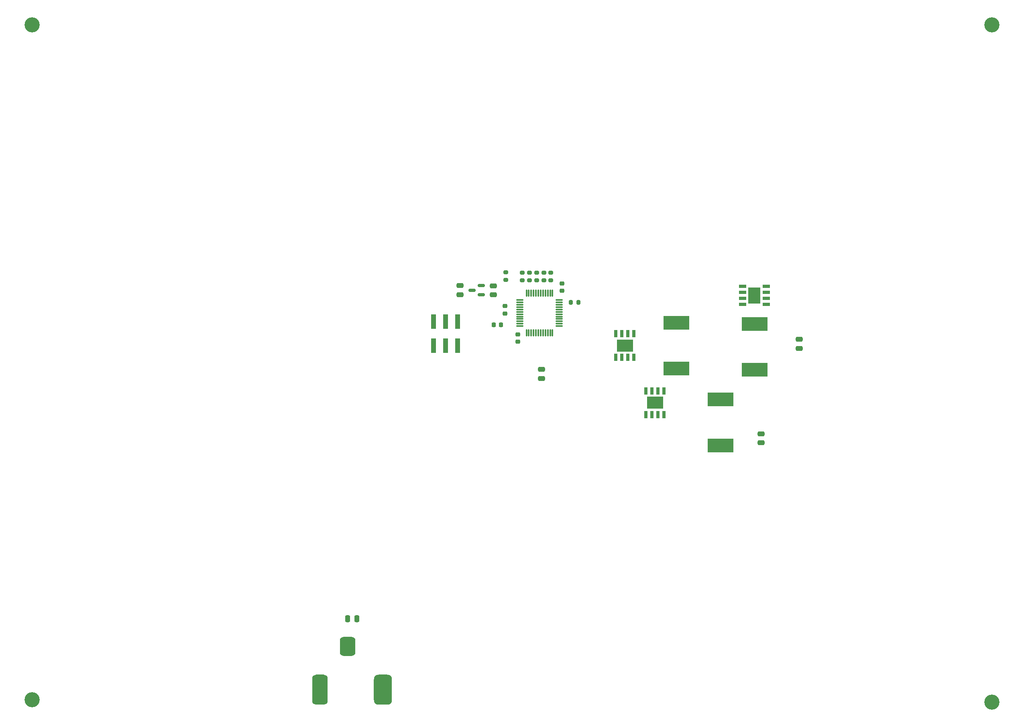
<source format=gbr>
%TF.GenerationSoftware,KiCad,Pcbnew,6.0.2+dfsg-1*%
%TF.CreationDate,2022-11-03T12:06:56-07:00*%
%TF.ProjectId,slot_track,736c6f74-5f74-4726-9163-6b2e6b696361,rev?*%
%TF.SameCoordinates,Original*%
%TF.FileFunction,Soldermask,Bot*%
%TF.FilePolarity,Negative*%
%FSLAX46Y46*%
G04 Gerber Fmt 4.6, Leading zero omitted, Abs format (unit mm)*
G04 Created by KiCad (PCBNEW 6.0.2+dfsg-1) date 2022-11-03 12:06:56*
%MOMM*%
%LPD*%
G01*
G04 APERTURE LIST*
G04 Aperture macros list*
%AMRoundRect*
0 Rectangle with rounded corners*
0 $1 Rounding radius*
0 $2 $3 $4 $5 $6 $7 $8 $9 X,Y pos of 4 corners*
0 Add a 4 corners polygon primitive as box body*
4,1,4,$2,$3,$4,$5,$6,$7,$8,$9,$2,$3,0*
0 Add four circle primitives for the rounded corners*
1,1,$1+$1,$2,$3*
1,1,$1+$1,$4,$5*
1,1,$1+$1,$6,$7*
1,1,$1+$1,$8,$9*
0 Add four rect primitives between the rounded corners*
20,1,$1+$1,$2,$3,$4,$5,0*
20,1,$1+$1,$4,$5,$6,$7,0*
20,1,$1+$1,$6,$7,$8,$9,0*
20,1,$1+$1,$8,$9,$2,$3,0*%
G04 Aperture macros list end*
%ADD10RoundRect,0.250000X-0.250000X-0.475000X0.250000X-0.475000X0.250000X0.475000X-0.250000X0.475000X0*%
%ADD11RoundRect,0.825000X0.825000X1.205000X-0.825000X1.205000X-0.825000X-1.205000X0.825000X-1.205000X0*%
%ADD12RoundRect,0.952500X0.952500X2.222500X-0.952500X2.222500X-0.952500X-2.222500X0.952500X-2.222500X0*%
%ADD13RoundRect,0.825000X0.825000X2.350000X-0.825000X2.350000X-0.825000X-2.350000X0.825000X-2.350000X0*%
%ADD14C,3.200000*%
%ADD15RoundRect,0.225000X-0.250000X0.225000X-0.250000X-0.225000X0.250000X-0.225000X0.250000X0.225000X0*%
%ADD16RoundRect,0.225000X0.250000X-0.225000X0.250000X0.225000X-0.250000X0.225000X-0.250000X-0.225000X0*%
%ADD17RoundRect,0.225000X-0.225000X-0.250000X0.225000X-0.250000X0.225000X0.250000X-0.225000X0.250000X0*%
%ADD18R,1.000000X3.150000*%
%ADD19R,0.802000X1.505000*%
%ADD20R,3.502000X2.613000*%
%ADD21R,1.505000X0.802000*%
%ADD22R,2.613000X3.502000*%
%ADD23RoundRect,0.200000X0.275000X-0.200000X0.275000X0.200000X-0.275000X0.200000X-0.275000X-0.200000X0*%
%ADD24RoundRect,0.200000X-0.200000X-0.275000X0.200000X-0.275000X0.200000X0.275000X-0.200000X0.275000X0*%
%ADD25RoundRect,0.200000X-0.275000X0.200000X-0.275000X-0.200000X0.275000X-0.200000X0.275000X0.200000X0*%
%ADD26RoundRect,0.150000X0.587500X0.150000X-0.587500X0.150000X-0.587500X-0.150000X0.587500X-0.150000X0*%
%ADD27R,5.400000X2.900000*%
%ADD28RoundRect,0.250000X-0.475000X0.250000X-0.475000X-0.250000X0.475000X-0.250000X0.475000X0.250000X0*%
%ADD29RoundRect,0.250000X0.475000X-0.250000X0.475000X0.250000X-0.475000X0.250000X-0.475000X-0.250000X0*%
%ADD30RoundRect,0.075000X-0.075000X-0.662500X0.075000X-0.662500X0.075000X0.662500X-0.075000X0.662500X0*%
%ADD31RoundRect,0.075000X-0.662500X-0.075000X0.662500X-0.075000X0.662500X0.075000X-0.662500X0.075000X0*%
G04 APERTURE END LIST*
D10*
%TO.C,C3*%
X159090000Y-196370000D03*
X160990000Y-196370000D03*
%TD*%
D11*
%TO.C,J1*%
X159072500Y-202250000D03*
D12*
X166522500Y-211390000D03*
D13*
X153222500Y-211390000D03*
%TD*%
D14*
%TO.C,H4*%
X295000000Y-71000000D03*
%TD*%
%TO.C,H3*%
X92500000Y-213500000D03*
%TD*%
%TO.C,H2*%
X92500000Y-71000000D03*
%TD*%
%TO.C,H1*%
X295000000Y-214000000D03*
%TD*%
D15*
%TO.C,C7*%
X204250000Y-125575000D03*
X204250000Y-127125000D03*
%TD*%
D16*
%TO.C,C5*%
X194950000Y-137875000D03*
X194950000Y-136325000D03*
%TD*%
%TO.C,C4*%
X192250000Y-131925000D03*
X192250000Y-130375000D03*
%TD*%
D17*
%TO.C,C1*%
X189875000Y-134300000D03*
X191425000Y-134300000D03*
%TD*%
D18*
%TO.C,J2*%
X177190000Y-133685000D03*
X177190000Y-138735000D03*
X179730000Y-133685000D03*
X179730000Y-138735000D03*
X182270000Y-133685000D03*
X182270000Y-138735000D03*
%TD*%
D19*
%TO.C,U5*%
X219455000Y-141197500D03*
X218185000Y-141197500D03*
X216915000Y-141197500D03*
X215645000Y-141197500D03*
X215645000Y-136202500D03*
X216915000Y-136202500D03*
X218185000Y-136202500D03*
X219455000Y-136202500D03*
D20*
X217550000Y-138700000D03*
%TD*%
D19*
%TO.C,U4*%
X225835000Y-153297500D03*
X224565000Y-153297500D03*
X223295000Y-153297500D03*
X222025000Y-153297500D03*
X222025000Y-148302500D03*
X223295000Y-148302500D03*
X224565000Y-148302500D03*
X225835000Y-148302500D03*
D20*
X223930000Y-150800000D03*
%TD*%
D21*
%TO.C,U3*%
X242352500Y-130025000D03*
X242352500Y-128755000D03*
X242352500Y-127485000D03*
X242352500Y-126215000D03*
X247347500Y-126215000D03*
X247347500Y-127485000D03*
X247347500Y-128755000D03*
X247347500Y-130025000D03*
D22*
X244850000Y-128120000D03*
%TD*%
D23*
%TO.C,R7*%
X197450000Y-124975000D03*
X197450000Y-123325000D03*
%TD*%
%TO.C,R6*%
X195950000Y-124975000D03*
X195950000Y-123325000D03*
%TD*%
D24*
%TO.C,R5*%
X206125000Y-129600000D03*
X207775000Y-129600000D03*
%TD*%
D23*
%TO.C,R4*%
X192400000Y-124875000D03*
X192400000Y-123225000D03*
%TD*%
D25*
%TO.C,R3*%
X201950000Y-123325000D03*
X201950000Y-124975000D03*
%TD*%
%TO.C,R2*%
X200450000Y-123325000D03*
X200450000Y-124975000D03*
%TD*%
%TO.C,R1*%
X198950000Y-123325000D03*
X198950000Y-124975000D03*
%TD*%
D26*
%TO.C,U2*%
X187237500Y-126075000D03*
X187237500Y-127975000D03*
X185362500Y-127025000D03*
%TD*%
D27*
%TO.C,L3*%
X237770000Y-150120000D03*
X237770000Y-159820000D03*
%TD*%
%TO.C,L2*%
X244955000Y-143830000D03*
X244955000Y-134130000D03*
%TD*%
%TO.C,L1*%
X228430000Y-133900000D03*
X228430000Y-143600000D03*
%TD*%
D28*
%TO.C,C10*%
X254370000Y-137400000D03*
X254370000Y-139300000D03*
%TD*%
%TO.C,C9*%
X246250000Y-157350000D03*
X246250000Y-159250000D03*
%TD*%
%TO.C,C8*%
X199970000Y-143760000D03*
X199970000Y-145660000D03*
%TD*%
D29*
%TO.C,C6*%
X189775000Y-126100000D03*
X189775000Y-128000000D03*
%TD*%
D28*
%TO.C,C2*%
X182750000Y-126050000D03*
X182750000Y-127950000D03*
%TD*%
D30*
%TO.C,U1*%
X196800000Y-136012500D03*
X197300000Y-136012500D03*
X197800000Y-136012500D03*
X198300000Y-136012500D03*
X198800000Y-136012500D03*
X199300000Y-136012500D03*
X199800000Y-136012500D03*
X200300000Y-136012500D03*
X200800000Y-136012500D03*
X201300000Y-136012500D03*
X201800000Y-136012500D03*
X202300000Y-136012500D03*
D31*
X203712500Y-134600000D03*
X203712500Y-134100000D03*
X203712500Y-133600000D03*
X203712500Y-133100000D03*
X203712500Y-132600000D03*
X203712500Y-132100000D03*
X203712500Y-131600000D03*
X203712500Y-131100000D03*
X203712500Y-130600000D03*
X203712500Y-130100000D03*
X203712500Y-129600000D03*
X203712500Y-129100000D03*
D30*
X202300000Y-127687500D03*
X201800000Y-127687500D03*
X201300000Y-127687500D03*
X200800000Y-127687500D03*
X200300000Y-127687500D03*
X199800000Y-127687500D03*
X199300000Y-127687500D03*
X198800000Y-127687500D03*
X198300000Y-127687500D03*
X197800000Y-127687500D03*
X197300000Y-127687500D03*
X196800000Y-127687500D03*
D31*
X195387500Y-129100000D03*
X195387500Y-129600000D03*
X195387500Y-130100000D03*
X195387500Y-130600000D03*
X195387500Y-131100000D03*
X195387500Y-131600000D03*
X195387500Y-132100000D03*
X195387500Y-132600000D03*
X195387500Y-133100000D03*
X195387500Y-133600000D03*
X195387500Y-134100000D03*
X195387500Y-134600000D03*
%TD*%
M02*

</source>
